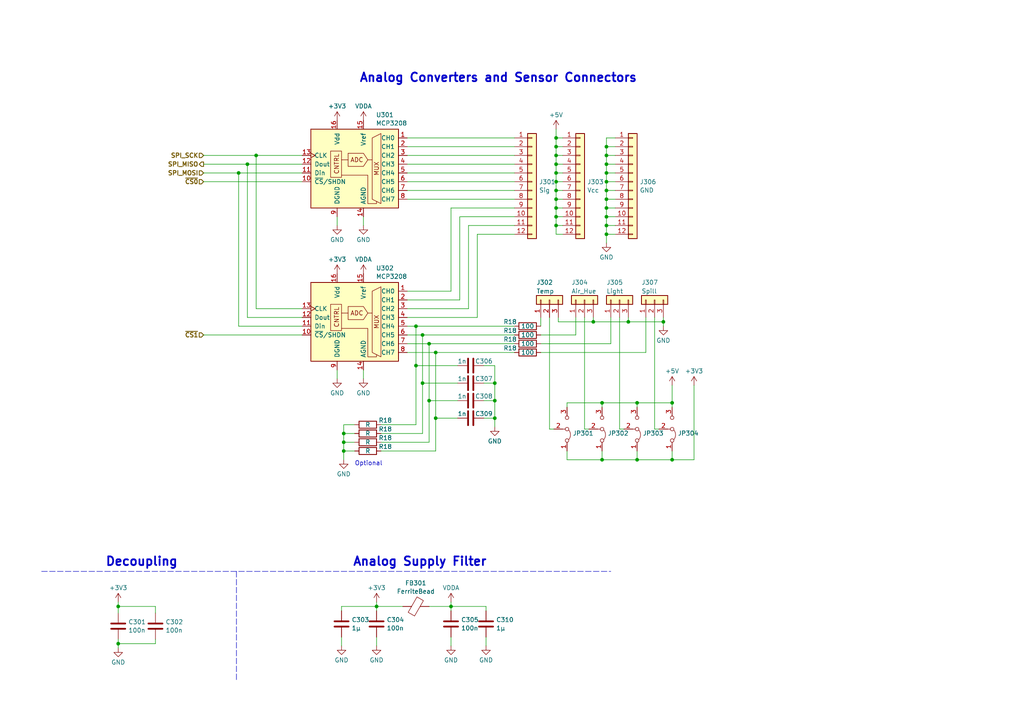
<source format=kicad_sch>
(kicad_sch (version 20230121) (generator eeschema)
  (paper "A4")
  (lib_symbols
    (symbol "Analog_ADC:MCP3208" (pin_names (offset 1.016))
      (property "Reference" "U" (at -5.08 13.335 0))
      (property "Value" "MCP3208" (at -5.08 11.43 0))
      (symbol "MCP3208_0_0"
        (text "ADC" (at -0.635 1.27 0) (effects (font (size 1.27 1.27))))
        (text "CNTRL" (at 5.969 -2.921 900) (effects (font (size 1.27 1.27)) (justify left bottom)))
        (text "MUX" (at -6.35 -1.27 900) (effects (font (size 1.27 1.27))))
      )
      (symbol "MCP3208_0_1"
        (polyline (pts (xy -3.81 1.27) (xy -5.08 1.27)))
        (polyline (pts (xy 1.905 1.27) (xy 3.81 1.27)))
        (polyline (pts (xy -7.62 8.89) (xy -7.62 -11.43) (xy -5.08 -10.16) (xy -5.08 7.62) (xy -7.62 8.89)))
        (polyline (pts (xy 3.81 -3.175) (xy -3.81 -3.175) (xy -3.81 -11.43) (xy -6.35 -11.43) (xy -6.35 -10.795)))
        (polyline (pts (xy 1.905 3.175) (xy 1.905 -0.635) (xy -2.54 -0.635) (xy -3.81 1.27) (xy -2.54 3.175) (xy 1.905 3.175)))
        (rectangle (start 3.81 -3.81) (end 6.985 3.81))
        (rectangle (start 12.7 -12.7) (end -12.7 10.16) (stroke (width 0.254)) (fill (type background)))
      )
      (symbol "MCP3208_1_1"
        (pin input line (at -15.24 7.62 0) (length 2.54) (name "CH0") (number "1"))
        (pin input line (at 15.24 -5.08 180) (length 2.54) (name "~{CS}/SHDN") (number "10"))
        (pin input line (at 15.24 -2.54 180) (length 2.54) (name "Din") (number "11"))
        (pin output line (at 15.24 0 180) (length 2.54) (name "Dout") (number "12"))
        (pin input clock (at 15.24 2.54 180) (length 2.54) (name "CLK") (number "13"))
        (pin power_in line (at -2.54 -15.24 90) (length 2.54) (name "AGND") (number "14"))
        (pin power_in line (at -2.54 12.7 270) (length 2.54) (name "Vref") (number "15"))
        (pin power_in line (at 5.08 12.7 270) (length 2.54) (name "Vdd") (number "16"))
        (pin input line (at -15.24 5.08 0) (length 2.54) (name "CH1") (number "2"))
        (pin input line (at -15.24 2.54 0) (length 2.54) (name "CH2") (number "3"))
        (pin input line (at -15.24 0 0) (length 2.54) (name "CH3") (number "4"))
        (pin input line (at -15.24 -2.54 0) (length 2.54) (name "CH4") (number "5"))
        (pin input line (at -15.24 -5.08 0) (length 2.54) (name "CH5") (number "6"))
        (pin input line (at -15.24 -7.62 0) (length 2.54) (name "CH6") (number "7"))
        (pin input line (at -15.24 -10.16 0) (length 2.54) (name "CH7") (number "8"))
        (pin power_in line (at 5.08 -15.24 90) (length 2.54) (name "DGND") (number "9"))
      )
    )
    (symbol "Connector_Generic:Conn_01x03" (pin_names (offset 1.016) hide)
      (property "Reference" "J" (at 0 5.08 0))
      (property "Value" "Conn_01x03" (at 0 -5.08 0))
      (symbol "Conn_01x03_1_1"
        (rectangle (start -1.27 -2.413) (end 0 -2.667) (stroke (width 0.1524)))
        (rectangle (start -1.27 0.127) (end 0 -0.127) (stroke (width 0.1524)))
        (rectangle (start -1.27 2.667) (end 0 2.413) (stroke (width 0.1524)))
        (rectangle (start -1.27 3.81) (end 1.27 -3.81) (stroke (width 0.254)) (fill (type background)))
        (pin passive line (at -5.08 2.54 0) (length 3.81) (name "Pin_1") (number "1"))
        (pin passive line (at -5.08 0 0) (length 3.81) (name "Pin_2") (number "2"))
        (pin passive line (at -5.08 -2.54 0) (length 3.81) (name "Pin_3") (number "3"))
      )
    )
    (symbol "Connector_Generic:Conn_01x12" (pin_names (offset 1.016) hide)
      (property "Reference" "J" (at 0 15.24 0))
      (property "Value" "Conn_01x12" (at 0 -17.78 0))
      (symbol "Conn_01x12_1_1"
        (rectangle (start -1.27 -15.113) (end 0 -15.367) (stroke (width 0.1524)))
        (rectangle (start -1.27 -12.573) (end 0 -12.827) (stroke (width 0.1524)))
        (rectangle (start -1.27 -10.033) (end 0 -10.287) (stroke (width 0.1524)))
        (rectangle (start -1.27 -7.493) (end 0 -7.747) (stroke (width 0.1524)))
        (rectangle (start -1.27 -4.953) (end 0 -5.207) (stroke (width 0.1524)))
        (rectangle (start -1.27 -2.413) (end 0 -2.667) (stroke (width 0.1524)))
        (rectangle (start -1.27 0.127) (end 0 -0.127) (stroke (width 0.1524)))
        (rectangle (start -1.27 2.667) (end 0 2.413) (stroke (width 0.1524)))
        (rectangle (start -1.27 5.207) (end 0 4.953) (stroke (width 0.1524)))
        (rectangle (start -1.27 7.747) (end 0 7.493) (stroke (width 0.1524)))
        (rectangle (start -1.27 10.287) (end 0 10.033) (stroke (width 0.1524)))
        (rectangle (start -1.27 12.827) (end 0 12.573) (stroke (width 0.1524)))
        (rectangle (start -1.27 13.97) (end 1.27 -16.51) (stroke (width 0.254)) (fill (type background)))
        (pin passive line (at -5.08 12.7 0) (length 3.81) (name "Pin_1") (number "1"))
        (pin passive line (at -5.08 -10.16 0) (length 3.81) (name "Pin_10") (number "10"))
        (pin passive line (at -5.08 -12.7 0) (length 3.81) (name "Pin_11") (number "11"))
        (pin passive line (at -5.08 -15.24 0) (length 3.81) (name "Pin_12") (number "12"))
        (pin passive line (at -5.08 10.16 0) (length 3.81) (name "Pin_2") (number "2"))
        (pin passive line (at -5.08 7.62 0) (length 3.81) (name "Pin_3") (number "3"))
        (pin passive line (at -5.08 5.08 0) (length 3.81) (name "Pin_4") (number "4"))
        (pin passive line (at -5.08 2.54 0) (length 3.81) (name "Pin_5") (number "5"))
        (pin passive line (at -5.08 0 0) (length 3.81) (name "Pin_6") (number "6"))
        (pin passive line (at -5.08 -2.54 0) (length 3.81) (name "Pin_7") (number "7"))
        (pin passive line (at -5.08 -5.08 0) (length 3.81) (name "Pin_8") (number "8"))
        (pin passive line (at -5.08 -7.62 0) (length 3.81) (name "Pin_9") (number "9"))
      )
    )
    (symbol "Device:C" (pin_numbers hide) (pin_names (offset 0.254))
      (property "Reference" "C" (at 0.635 2.54 0))
      (property "Value" "C" (at 0.635 -2.54 0))
      (symbol "C_0_1"
        (polyline (pts (xy -2.032 -0.762) (xy 2.032 -0.762)) (stroke (width 0.508)))
        (polyline (pts (xy -2.032 0.762) (xy 2.032 0.762)) (stroke (width 0.508)))
      )
      (symbol "C_1_1"
        (pin passive line (at 0 3.81 270) (length 2.794) (name "~") (number "1"))
        (pin passive line (at 0 -3.81 90) (length 2.794) (name "~") (number "2"))
      )
    )
    (symbol "Device:FerriteBead" (pin_numbers hide) (pin_names (offset 0))
      (property "Reference" "FB" (at -3.81 0.635 90))
      (property "Value" "FerriteBead" (at 3.81 0 90))
      (symbol "FerriteBead_0_1"
        (polyline (pts (xy 0 -1.27) (xy 0 -1.2192)))
        (polyline (pts (xy 0 1.27) (xy 0 1.2954)))
        (polyline (pts (xy -2.7686 0.4064) (xy -1.7018 2.2606) (xy 2.7686 -0.3048) (xy 1.6764 -2.159) (xy -2.7686 0.4064)))
      )
      (symbol "FerriteBead_1_1"
        (pin passive line (at 0 3.81 270) (length 2.54) (name "~") (number "1"))
        (pin passive line (at 0 -3.81 90) (length 2.54) (name "~") (number "2"))
      )
    )
    (symbol "Device:R" (pin_numbers hide) (pin_names (offset 0))
      (property "Reference" "R" (at 2.032 0 90))
      (property "Value" "R" (at 0 0 90))
      (symbol "R_0_1"
        (rectangle (start -1.016 -2.54) (end 1.016 2.54) (stroke (width 0.254)))
      )
      (symbol "R_1_1"
        (pin passive line (at 0 3.81 270) (length 1.27) (name "~") (number "1"))
        (pin passive line (at 0 -3.81 90) (length 1.27) (name "~") (number "2"))
      )
    )
    (symbol "Jumper:Jumper_3_Bridged12" (pin_names (offset 0) hide)
      (property "Reference" "JP" (at -2.54 -2.54 0))
      (property "Value" "Jumper_3_Bridged12" (at 0 2.794 0))
      (symbol "Jumper_3_Bridged12_0_0"
        (circle (center -3.302 0) (radius 0.508))
        (circle (center 0 0) (radius 0.508))
        (circle (center 3.302 0) (radius 0.508))
      )
      (symbol "Jumper_3_Bridged12_0_1"
        (arc (start -0.254 0.508) (mid -1.651 0.9912) (end -3.048 0.508))
        (polyline (pts (xy 0 -1.27) (xy 0 -0.508)))
      )
      (symbol "Jumper_3_Bridged12_1_1"
        (pin passive line (at -6.35 0 0) (length 2.54) (name "A") (number "1"))
        (pin passive line (at 0 -3.81 90) (length 2.54) (name "C") (number "2"))
        (pin passive line (at 6.35 0 180) (length 2.54) (name "B") (number "3"))
      )
    )
    (symbol "power:+3V3" (power) (pin_names (offset 0))
      (property "Value" "+3V3" (at 0 3.556 0))
      (symbol "+3V3_0_1"
        (polyline (pts (xy -0.762 1.27) (xy 0 2.54)))
        (polyline (pts (xy 0 0) (xy 0 2.54)))
        (polyline (pts (xy 0 2.54) (xy 0.762 1.27)))
      )
      (symbol "+3V3_1_1"
        (pin power_in line (at 0 0 90) (length 0) hide (name "+3V3") (number "1"))
      )
    )
    (symbol "power:+5V" (power) (pin_names (offset 0))
      (property "Value" "+5V" (at 0 3.556 0))
      (symbol "+5V_0_1"
        (polyline (pts (xy -0.762 1.27) (xy 0 2.54)))
        (polyline (pts (xy 0 0) (xy 0 2.54)))
        (polyline (pts (xy 0 2.54) (xy 0.762 1.27)))
      )
      (symbol "+5V_1_1"
        (pin power_in line (at 0 0 90) (length 0) hide (name "+5V") (number "1"))
      )
    )
    (symbol "power:GND" (power) (pin_names (offset 0))
      (property "Value" "GND" (at 0 -3.81 0))
      (symbol "GND_0_1"
        (polyline (pts (xy 0 0) (xy 0 -1.27) (xy 1.27 -1.27) (xy 0 -2.54) (xy -1.27 -1.27) (xy 0 -1.27)))
      )
      (symbol "GND_1_1"
        (pin power_in line (at 0 0 270) (length 0) hide (name "GND") (number "1"))
      )
    )
    (symbol "power:VDDA" (power) (pin_names (offset 0))
      (property "Value" "VDDA" (at 0 3.81 0))
      (symbol "VDDA_0_1"
        (polyline (pts (xy -0.762 1.27) (xy 0 2.54)))
        (polyline (pts (xy 0 0) (xy 0 2.54)))
        (polyline (pts (xy 0 2.54) (xy 0.762 1.27)))
      )
      (symbol "VDDA_1_1"
        (pin power_in line (at 0 0 90) (length 0) hide (name "VDDA") (number "1"))
      )
    )
  )
  (junction (at 161.29 52.705))
  (junction (at 143.51 121.285))
  (junction (at 120.65 106.045))
  (junction (at 161.29 65.405))
  (junction (at 161.29 55.245))
  (junction (at 143.51 116.205))
  (junction (at 175.895 62.865))
  (junction (at 175.895 50.165))
  (junction (at 175.895 57.785))
  (junction (at 175.895 42.545))
  (junction (at 194.945 116.84))
  (junction (at 175.895 47.625))
  (junction (at 99.695 125.73))
  (junction (at 99.695 128.27))
  (junction (at 122.555 111.125))
  (junction (at 161.29 62.865))
  (junction (at 120.65 94.615))
  (junction (at 184.785 116.84))
  (junction (at 184.785 133.35))
  (junction (at 34.29 186.69))
  (junction (at 175.895 52.705))
  (junction (at 130.81 175.895))
  (junction (at 161.29 42.545))
  (junction (at 126.365 102.235))
  (junction (at 175.895 60.325))
  (junction (at 99.695 130.81))
  (junction (at 124.46 116.205))
  (junction (at 161.29 45.085))
  (junction (at 174.625 133.35))
  (junction (at 175.895 65.405))
  (junction (at 69.215 50.165))
  (junction (at 71.755 47.625))
  (junction (at 124.46 99.695))
  (junction (at 126.365 121.285))
  (junction (at 182.245 93.345))
  (junction (at 34.29 175.895))
  (junction (at 175.895 67.945))
  (junction (at 174.625 116.84))
  (junction (at 74.295 45.085))
  (junction (at 161.29 50.165))
  (junction (at 161.29 40.005))
  (junction (at 161.29 47.625))
  (junction (at 172.085 93.345))
  (junction (at 122.555 97.155))
  (junction (at 175.895 45.085))
  (junction (at 143.51 111.125))
  (junction (at 161.29 60.325))
  (junction (at 194.945 133.35))
  (junction (at 109.22 175.895))
  (junction (at 161.29 57.785))
  (junction (at 192.405 93.345))
  (junction (at 175.895 55.245))
  (wire (pts (xy 59.055 52.705) (xy 87.63 52.705)))
  (wire (pts (xy 99.06 175.895) (xy 109.22 175.895)))
  (wire (pts (xy 34.29 174.625) (xy 34.29 175.895)))
  (wire (pts (xy 201.295 133.35) (xy 201.295 111.76)))
  (wire (pts (xy 109.22 175.895) (xy 109.22 177.165)))
  (wire (pts (xy 126.365 130.81) (xy 126.365 121.285)))
  (wire (pts (xy 97.79 107.315) (xy 97.79 109.855)))
  (wire (pts (xy 118.11 47.625) (xy 149.225 47.625)))
  (wire (pts (xy 161.29 45.085) (xy 161.29 47.625)))
  (wire (pts (xy 189.865 92.075) (xy 189.865 124.46)))
  (wire (pts (xy 179.705 124.46) (xy 180.975 124.46)))
  (wire (pts (xy 124.46 116.205) (xy 132.715 116.205)))
  (wire (pts (xy 177.165 99.695) (xy 177.165 92.075)))
  (wire (pts (xy 74.295 89.535) (xy 87.63 89.535)))
  (wire (pts (xy 194.945 116.84) (xy 194.945 118.11)))
  (wire (pts (xy 161.29 67.945) (xy 163.195 67.945)))
  (wire (pts (xy 164.465 130.81) (xy 164.465 133.35)))
  (wire (pts (xy 175.895 42.545) (xy 178.435 42.545)))
  (wire (pts (xy 126.365 121.285) (xy 126.365 102.235)))
  (wire (pts (xy 161.29 50.165) (xy 161.29 52.705)))
  (wire (pts (xy 149.225 65.405) (xy 135.89 65.405)))
  (polyline (pts (xy 12.065 165.735) (xy 177.165 165.735)) (stroke (width 0) (type dash)))
  (wire (pts (xy 169.545 92.075) (xy 169.545 124.46)))
  (wire (pts (xy 59.055 45.085) (xy 74.295 45.085)))
  (wire (pts (xy 124.46 175.895) (xy 130.81 175.895)))
  (wire (pts (xy 118.11 94.615) (xy 120.65 94.615)))
  (wire (pts (xy 105.41 107.315) (xy 105.41 109.855)))
  (wire (pts (xy 122.555 111.125) (xy 132.715 111.125)))
  (wire (pts (xy 118.11 97.155) (xy 122.555 97.155)))
  (wire (pts (xy 192.405 93.345) (xy 182.245 93.345)))
  (wire (pts (xy 184.785 116.84) (xy 184.785 118.11)))
  (wire (pts (xy 69.215 94.615) (xy 87.63 94.615)))
  (wire (pts (xy 175.895 67.945) (xy 175.895 65.405)))
  (wire (pts (xy 99.695 130.81) (xy 102.87 130.81)))
  (wire (pts (xy 34.29 186.69) (xy 45.085 186.69)))
  (wire (pts (xy 135.89 65.405) (xy 135.89 89.535)))
  (wire (pts (xy 161.29 57.785) (xy 163.195 57.785)))
  (wire (pts (xy 175.895 55.245) (xy 175.895 52.705)))
  (wire (pts (xy 161.29 62.865) (xy 163.195 62.865)))
  (wire (pts (xy 182.245 93.345) (xy 172.085 93.345)))
  (wire (pts (xy 161.925 93.345) (xy 161.925 92.075)))
  (wire (pts (xy 140.97 184.785) (xy 140.97 187.325)))
  (wire (pts (xy 184.785 116.84) (xy 174.625 116.84)))
  (wire (pts (xy 120.65 94.615) (xy 120.65 106.045)))
  (wire (pts (xy 110.49 128.27) (xy 124.46 128.27)))
  (wire (pts (xy 169.545 124.46) (xy 170.815 124.46)))
  (wire (pts (xy 164.465 133.35) (xy 174.625 133.35)))
  (wire (pts (xy 164.465 116.84) (xy 164.465 118.11)))
  (wire (pts (xy 126.365 121.285) (xy 132.715 121.285)))
  (wire (pts (xy 118.11 52.705) (xy 149.225 52.705)))
  (wire (pts (xy 140.335 111.125) (xy 143.51 111.125)))
  (wire (pts (xy 120.65 106.045) (xy 120.65 123.19)))
  (wire (pts (xy 172.085 92.075) (xy 172.085 93.345)))
  (wire (pts (xy 99.695 128.27) (xy 102.87 128.27)))
  (wire (pts (xy 179.705 92.075) (xy 179.705 124.46)))
  (wire (pts (xy 45.085 186.69) (xy 45.085 185.42)))
  (wire (pts (xy 110.49 125.73) (xy 122.555 125.73)))
  (wire (pts (xy 175.895 57.785) (xy 178.435 57.785)))
  (wire (pts (xy 135.89 89.535) (xy 118.11 89.535)))
  (wire (pts (xy 161.29 65.405) (xy 161.29 67.945)))
  (wire (pts (xy 34.29 185.42) (xy 34.29 186.69)))
  (wire (pts (xy 192.405 92.075) (xy 192.405 93.345)))
  (wire (pts (xy 175.895 57.785) (xy 175.895 55.245)))
  (wire (pts (xy 174.625 116.84) (xy 164.465 116.84)))
  (wire (pts (xy 143.51 111.125) (xy 143.51 106.045)))
  (wire (pts (xy 175.895 40.005) (xy 178.435 40.005)))
  (wire (pts (xy 59.055 47.625) (xy 71.755 47.625)))
  (wire (pts (xy 118.11 102.235) (xy 126.365 102.235)))
  (wire (pts (xy 175.895 45.085) (xy 178.435 45.085)))
  (wire (pts (xy 122.555 111.125) (xy 122.555 97.155)))
  (wire (pts (xy 175.895 60.325) (xy 178.435 60.325)))
  (wire (pts (xy 105.41 62.865) (xy 105.41 65.405)))
  (wire (pts (xy 175.895 60.325) (xy 175.895 57.785)))
  (wire (pts (xy 34.29 186.69) (xy 34.29 187.96)))
  (wire (pts (xy 156.845 99.695) (xy 177.165 99.695)))
  (wire (pts (xy 184.785 130.81) (xy 184.785 133.35)))
  (wire (pts (xy 99.06 177.165) (xy 99.06 175.895)))
  (wire (pts (xy 175.895 50.165) (xy 175.895 47.625)))
  (wire (pts (xy 130.81 184.785) (xy 130.81 187.325)))
  (wire (pts (xy 182.245 92.075) (xy 182.245 93.345)))
  (wire (pts (xy 161.29 55.245) (xy 161.29 57.785)))
  (wire (pts (xy 143.51 121.285) (xy 143.51 116.205)))
  (wire (pts (xy 174.625 116.84) (xy 174.625 118.11)))
  (wire (pts (xy 172.085 93.345) (xy 161.925 93.345)))
  (wire (pts (xy 143.51 106.045) (xy 140.335 106.045)))
  (wire (pts (xy 194.945 133.35) (xy 194.945 130.81)))
  (wire (pts (xy 122.555 125.73) (xy 122.555 111.125)))
  (wire (pts (xy 163.195 40.005) (xy 161.29 40.005)))
  (wire (pts (xy 109.22 184.785) (xy 109.22 187.325)))
  (wire (pts (xy 175.895 67.945) (xy 178.435 67.945)))
  (wire (pts (xy 175.895 70.485) (xy 175.895 67.945)))
  (wire (pts (xy 175.895 62.865) (xy 178.435 62.865)))
  (wire (pts (xy 99.695 123.19) (xy 99.695 125.73)))
  (wire (pts (xy 175.895 50.165) (xy 178.435 50.165)))
  (wire (pts (xy 71.755 47.625) (xy 87.63 47.625)))
  (wire (pts (xy 99.695 130.81) (xy 99.695 133.35)))
  (wire (pts (xy 34.29 175.895) (xy 34.29 177.8)))
  (wire (pts (xy 159.385 92.075) (xy 159.385 124.46)))
  (wire (pts (xy 161.29 42.545) (xy 161.29 45.085)))
  (wire (pts (xy 194.945 116.84) (xy 184.785 116.84)))
  (wire (pts (xy 161.29 50.165) (xy 163.195 50.165)))
  (wire (pts (xy 175.895 55.245) (xy 178.435 55.245)))
  (wire (pts (xy 59.055 50.165) (xy 69.215 50.165)))
  (wire (pts (xy 120.65 106.045) (xy 132.715 106.045)))
  (wire (pts (xy 143.51 123.825) (xy 143.51 121.285)))
  (wire (pts (xy 118.11 57.785) (xy 149.225 57.785)))
  (wire (pts (xy 175.895 47.625) (xy 175.895 45.085)))
  (wire (pts (xy 175.895 52.705) (xy 178.435 52.705)))
  (wire (pts (xy 120.65 94.615) (xy 149.225 94.615)))
  (wire (pts (xy 74.295 45.085) (xy 74.295 89.535)))
  (wire (pts (xy 175.895 45.085) (xy 175.895 42.545)))
  (wire (pts (xy 161.29 52.705) (xy 161.29 55.245)))
  (wire (pts (xy 138.43 67.945) (xy 138.43 92.075)))
  (wire (pts (xy 45.085 177.8) (xy 45.085 175.895)))
  (wire (pts (xy 133.35 62.865) (xy 149.225 62.865)))
  (wire (pts (xy 149.225 60.325) (xy 130.81 60.325)))
  (wire (pts (xy 69.215 50.165) (xy 69.215 94.615)))
  (wire (pts (xy 175.895 42.545) (xy 175.895 40.005)))
  (wire (pts (xy 161.29 47.625) (xy 163.195 47.625)))
  (wire (pts (xy 99.695 125.73) (xy 99.695 128.27)))
  (wire (pts (xy 189.865 124.46) (xy 191.135 124.46)))
  (wire (pts (xy 118.11 45.085) (xy 149.225 45.085)))
  (wire (pts (xy 184.785 133.35) (xy 194.945 133.35)))
  (wire (pts (xy 116.84 175.895) (xy 109.22 175.895)))
  (wire (pts (xy 159.385 124.46) (xy 160.655 124.46)))
  (wire (pts (xy 34.29 175.895) (xy 45.085 175.895)))
  (wire (pts (xy 156.845 102.235) (xy 187.325 102.235)))
  (wire (pts (xy 192.405 94.615) (xy 192.405 93.345)))
  (wire (pts (xy 99.695 123.19) (xy 102.87 123.19)))
  (wire (pts (xy 194.945 133.35) (xy 201.295 133.35)))
  (wire (pts (xy 161.29 62.865) (xy 161.29 65.405)))
  (wire (pts (xy 174.625 130.81) (xy 174.625 133.35)))
  (wire (pts (xy 175.895 52.705) (xy 175.895 50.165)))
  (wire (pts (xy 59.055 97.155) (xy 87.63 97.155)))
  (wire (pts (xy 156.845 97.155) (xy 167.005 97.155)))
  (wire (pts (xy 118.11 50.165) (xy 149.225 50.165)))
  (wire (pts (xy 161.29 57.785) (xy 161.29 60.325)))
  (wire (pts (xy 175.895 65.405) (xy 178.435 65.405)))
  (wire (pts (xy 99.695 128.27) (xy 99.695 130.81)))
  (wire (pts (xy 130.81 84.455) (xy 118.11 84.455)))
  (wire (pts (xy 126.365 102.235) (xy 149.225 102.235)))
  (wire (pts (xy 149.225 67.945) (xy 138.43 67.945)))
  (wire (pts (xy 130.81 175.895) (xy 130.81 177.165)))
  (wire (pts (xy 161.29 37.465) (xy 161.29 40.005)))
  (wire (pts (xy 140.335 121.285) (xy 143.51 121.285)))
  (wire (pts (xy 71.755 47.625) (xy 71.755 92.075)))
  (wire (pts (xy 124.46 116.205) (xy 124.46 99.695)))
  (wire (pts (xy 118.11 55.245) (xy 149.225 55.245)))
  (wire (pts (xy 109.22 174.625) (xy 109.22 175.895)))
  (wire (pts (xy 118.11 40.005) (xy 149.225 40.005)))
  (wire (pts (xy 187.325 102.235) (xy 187.325 92.075)))
  (wire (pts (xy 140.335 116.205) (xy 143.51 116.205)))
  (wire (pts (xy 175.895 47.625) (xy 178.435 47.625)))
  (wire (pts (xy 161.29 40.005) (xy 161.29 42.545)))
  (wire (pts (xy 161.29 65.405) (xy 163.195 65.405)))
  (wire (pts (xy 97.79 62.865) (xy 97.79 65.405)))
  (wire (pts (xy 138.43 92.075) (xy 118.11 92.075)))
  (wire (pts (xy 124.46 128.27) (xy 124.46 116.205)))
  (wire (pts (xy 124.46 99.695) (xy 149.225 99.695)))
  (wire (pts (xy 161.29 60.325) (xy 163.195 60.325)))
  (wire (pts (xy 74.295 45.085) (xy 87.63 45.085)))
  (wire (pts (xy 161.29 47.625) (xy 161.29 50.165)))
  (wire (pts (xy 175.895 62.865) (xy 175.895 60.325)))
  (wire (pts (xy 194.945 111.76) (xy 194.945 116.84)))
  (wire (pts (xy 69.215 50.165) (xy 87.63 50.165)))
  (wire (pts (xy 118.11 99.695) (xy 124.46 99.695)))
  (wire (pts (xy 110.49 130.81) (xy 126.365 130.81)))
  (wire (pts (xy 161.29 52.705) (xy 163.195 52.705)))
  (wire (pts (xy 175.895 65.405) (xy 175.895 62.865)))
  (wire (pts (xy 156.845 92.075) (xy 156.845 94.615)))
  (wire (pts (xy 161.29 55.245) (xy 163.195 55.245)))
  (wire (pts (xy 133.35 86.995) (xy 133.35 62.865)))
  (wire (pts (xy 143.51 116.205) (xy 143.51 111.125)))
  (wire (pts (xy 161.29 60.325) (xy 161.29 62.865)))
  (wire (pts (xy 161.29 45.085) (xy 163.195 45.085)))
  (polyline (pts (xy 68.58 165.735) (xy 68.58 197.485)) (stroke (width 0) (type dash)))
  (wire (pts (xy 130.81 60.325) (xy 130.81 84.455)))
  (wire (pts (xy 167.005 97.155) (xy 167.005 92.075)))
  (wire (pts (xy 71.755 92.075) (xy 87.63 92.075)))
  (wire (pts (xy 99.695 125.73) (xy 102.87 125.73)))
  (wire (pts (xy 140.97 175.895) (xy 130.81 175.895)))
  (wire (pts (xy 130.81 174.625) (xy 130.81 175.895)))
  (wire (pts (xy 118.11 86.995) (xy 133.35 86.995)))
  (wire (pts (xy 174.625 133.35) (xy 184.785 133.35)))
  (wire (pts (xy 140.97 177.165) (xy 140.97 175.895)))
  (wire (pts (xy 118.11 42.545) (xy 149.225 42.545)))
  (wire (pts (xy 122.555 97.155) (xy 149.225 97.155)))
  (wire (pts (xy 99.06 184.785) (xy 99.06 187.325)))
  (wire (pts (xy 163.195 42.545) (xy 161.29 42.545)))
  (wire (pts (xy 110.49 123.19) (xy 120.65 123.19)))
  (text "Analog Converters and Sensor Connectors" (at 104.14 24.13 0) (effects (font (size 2.5 2.5) (thickness 0.5) bold) (justify left bottom)))
  (text "Analog Supply Filter" (at 102.235 164.465 0) (effects (font (size 2.5 2.5) (thickness 0.5) bold) (justify left bottom)))
  (text "Decoupling" (at 30.48 164.465 0) (effects (font (size 2.5 2.5) (thickness 0.5) bold) (justify left bottom)))
  (text "Optional" (at 102.87 135.255 0) (effects (font (size 1.27 1.27)) (justify left bottom)))
  (hierarchical_label "SPI_MOSI" (shape input) (at 59.055 50.165 180) (effects (font bold)))
  (hierarchical_label "SPI_SCK" (shape input) (at 59.055 45.085 180) (effects (font bold)))
  (hierarchical_label "SPI_MISO" (shape output) (at 59.055 47.625 180) (effects (font bold)))
  (hierarchical_label "~{CS0}" (shape input) (at 59.055 52.705 180) (effects (font bold)))
  (hierarchical_label "~{CS1}" (shape input) (at 59.055 97.155 180) (effects (font bold)))
  (symbol (lib_id "Analog_ADC:MCP3208") (at 102.87 47.625 0) (mirror y) (unit 1)
    (property "Reference" "U301" (at 109.0361 33.3207 0) (effects (justify right)))
    (property "Value" "MCP3208" (at 109.0361 35.7449 0) (effects (justify right)))
    (property "Footprint" "Package_SO:SOIC-16_4.55x10.3mm_P1.27mm" (effects hide))
    (property "Datasheet" "http://ww1.microchip.com/downloads/en/DeviceDoc/21298c.pdf" (effects hide))
  )
  (symbol (lib_id "Device:R") (at 106.68 125.73 90) (unit 1)
    (property "Reference" "R18" (at 111.76 124.46 90))
    (property "Value" "R" (at 106.68 125.73 90))
    (property "Footprint" "Resistor_SMD:R_0805_2012Metric" (effects hide))
    (instances (project "Plantomation" (path "" (reference "R18") (unit 1))) (project "peri" (path "" (reference "R448") (unit 1))) (project "Plantomation_V2" (path "" (reference "R302") (unit 1))))
  )
  (symbol (lib_id "Connector_Generic:Conn_01x12") (at 183.515 52.705 0) (unit 1)
    (property "Reference" "J306" (at 185.547 52.7629 0) (effects (justify left)))
    (property "Value" "GND" (at 185.547 55.1871 0) (effects (justify left)))
    (property "Footprint" "Connector_PinHeader_2.54mm:PinHeader_1x12_P2.54mm_Vertical" (effects hide))
  )
  (symbol (lib_id "Connector_Generic:Conn_01x03") (at 169.545 86.995 90) (unit 1)
    (property "Reference" "J304" (at 165.735 81.915 90) (effects (justify right)))
    (property "Value" "Air_Hue" (at 165.735 84.455 90) (effects (justify right)))
    (property "Footprint" "Connector_PinHeader_2.54mm:PinHeader_1x03_P2.54mm_Vertical" (effects hide))
  )
  (symbol (lib_id "Connector_Generic:Conn_01x03") (at 159.385 86.995 90) (unit 1)
    (property "Reference" "J302" (at 155.575 81.915 90) (effects (justify right)))
    (property "Value" "Temp" (at 155.575 84.455 90) (effects (justify right)))
    (property "Footprint" "Connector_PinHeader_2.54mm:PinHeader_1x03_P2.54mm_Vertical" (effects hide))
  )
  (symbol (lib_id "Device:C") (at 136.525 111.125 90) (unit 1)
    (property "Reference" "C307" (at 137.795 109.855 90) (effects (justify right)))
    (property "Value" "1n" (at 132.715 109.855 90) (effects (justify right)))
    (property "Footprint" "Capacitor_SMD:C_0805_2012Metric" (effects hide))
  )
  (symbol (lib_id "power:+3V3") (at 97.79 34.925 0) (unit 1)
    (property "Reference" "#PWR015" (effects hide))
    (property "Value" "+3V3" (at 97.79 30.7919 0))
  )
  (symbol (lib_id "Device:C") (at 109.22 180.975 0) (unit 1)
    (property "Reference" "C304" (at 112.141 179.7629 0) (effects (justify left)))
    (property "Value" "100n" (at 112.141 182.1871 0) (effects (justify left)))
    (property "Footprint" "Capacitor_SMD:C_0805_2012Metric" (effects hide))
  )
  (symbol (lib_id "power:+3V3") (at 109.22 174.625 0) (unit 1)
    (property "Reference" "#PWR067" (effects hide))
    (property "Value" "+3V3" (at 109.22 170.4919 0))
  )
  (symbol (lib_id "Device:C") (at 34.29 181.61 0) (unit 1)
    (property "Reference" "C301" (at 37.211 180.3979 0) (effects (justify left)))
    (property "Value" "100n" (at 37.211 182.8221 0) (effects (justify left)))
    (property "Footprint" "Capacitor_SMD:C_0805_2012Metric" (effects hide))
  )
  (symbol (lib_id "power:+5V") (at 161.29 37.465 0) (unit 1)
    (property "Reference" "#PWR048" (effects hide))
    (property "Value" "+5V" (at 161.29 33.3319 0))
  )
  (symbol (lib_id "Device:C") (at 136.525 106.045 90) (unit 1)
    (property "Reference" "C306" (at 137.795 104.775 90) (effects (justify right)))
    (property "Value" "1n" (at 132.715 104.775 90) (effects (justify right)))
    (property "Footprint" "Capacitor_SMD:C_0805_2012Metric" (effects hide))
  )
  (symbol (lib_id "power:GND") (at 34.29 187.96 0) (unit 1)
    (property "Reference" "#PWR0105" (effects hide))
    (property "Value" "GND" (at 34.29 192.0931 0))
  )
  (symbol (lib_id "Analog_ADC:MCP3208") (at 102.87 92.075 0) (mirror y) (unit 1)
    (property "Reference" "U302" (at 109.0361 77.7707 0) (effects (justify right)))
    (property "Value" "MCP3208" (at 109.0361 80.1949 0) (effects (justify right)))
    (property "Footprint" "Package_SO:SOIC-16_4.55x10.3mm_P1.27mm" (effects hide))
    (property "Datasheet" "http://ww1.microchip.com/downloads/en/DeviceDoc/21298c.pdf" (effects hide))
  )
  (symbol (lib_id "Device:C") (at 140.97 180.975 0) (unit 1)
    (property "Reference" "C310" (at 143.891 179.7629 0) (effects (justify left)))
    (property "Value" "1µ" (at 143.891 182.1871 0) (effects (justify left)))
    (property "Footprint" "Capacitor_SMD:C_0805_2012Metric" (effects hide))
  )
  (symbol (lib_id "power:+3V3") (at 97.79 79.375 0) (unit 1)
    (property "Reference" "#PWR017" (effects hide))
    (property "Value" "+3V3" (at 97.79 75.2419 0))
  )
  (symbol (lib_id "Jumper:Jumper_3_Bridged12") (at 184.785 124.46 270) (mirror x) (unit 1)
    (property "Reference" "JP303" (at 186.4112 125.6721 90) (effects (justify left)))
    (property "Value" "Jumper_3_Bridged12" (effects hide))
    (property "Footprint" "Jumper:SolderJumper-3_P1.3mm_Open_Pad1.0x1.5mm" (effects hide))
  )
  (symbol (lib_id "Device:R") (at 153.035 94.615 270) (mirror x) (unit 1)
    (property "Reference" "R18" (at 147.955 93.345 90))
    (property "Value" "100" (at 153.035 94.615 90))
    (property "Footprint" "Resistor_SMD:R_0805_2012Metric" (effects hide))
    (instances (project "Plantomation" (path "" (reference "R18") (unit 1))) (project "peri" (path "" (reference "R448") (unit 1))) (project "Plantomation_V2" (path "" (reference "R305") (unit 1))))
  )
  (symbol (lib_id "Device:R") (at 106.68 123.19 90) (unit 1)
    (property "Reference" "R18" (at 111.76 121.92 90))
    (property "Value" "R" (at 106.68 123.19 90))
    (property "Footprint" "Resistor_SMD:R_0805_2012Metric" (effects hide))
    (instances (project "Plantomation" (path "" (reference "R18") (unit 1))) (project "peri" (path "" (reference "R448") (unit 1))) (project "Plantomation_V2" (path "" (reference "R301") (unit 1))))
  )
  (symbol (lib_id "power:VDDA") (at 105.41 79.375 0) (unit 1)
    (property "Reference" "#PWR043" (effects hide))
    (property "Value" "VDDA" (at 105.41 75.2419 0))
  )
  (symbol (lib_id "Device:R") (at 106.68 128.27 90) (unit 1)
    (property "Reference" "R18" (at 111.76 127 90))
    (property "Value" "R" (at 106.68 128.27 90))
    (property "Footprint" "Resistor_SMD:R_0805_2012Metric" (effects hide))
    (instances (project "Plantomation" (path "" (reference "R18") (unit 1))) (project "peri" (path "" (reference "R448") (unit 1))) (project "Plantomation_V2" (path "" (reference "R303") (unit 1))))
  )
  (symbol (lib_id "Device:R") (at 153.035 102.235 270) (mirror x) (unit 1)
    (property "Reference" "R18" (at 147.955 100.965 90))
    (property "Value" "100" (at 153.035 102.235 90))
    (property "Footprint" "Resistor_SMD:R_0805_2012Metric" (effects hide))
    (instances (project "Plantomation" (path "" (reference "R18") (unit 1))) (project "peri" (path "" (reference "R448") (unit 1))) (project "Plantomation_V2" (path "" (reference "R308") (unit 1))))
  )
  (symbol (lib_id "power:GND") (at 109.22 187.325 0) (unit 1)
    (property "Reference" "#PWR068" (effects hide))
    (property "Value" "GND" (at 109.22 191.4581 0))
  )
  (symbol (lib_id "power:GND") (at 143.51 123.825 0) (unit 1)
    (property "Reference" "#PWR046" (effects hide))
    (property "Value" "GND" (at 143.51 127.9581 0))
  )
  (symbol (lib_id "power:VDDA") (at 130.81 174.625 0) (unit 1)
    (property "Reference" "#PWR069" (effects hide))
    (property "Value" "VDDA" (at 130.81 170.4919 0))
  )
  (symbol (lib_id "power:GND") (at 97.79 65.405 0) (unit 1)
    (property "Reference" "#PWR016" (effects hide))
    (property "Value" "GND" (at 97.79 69.5381 0))
  )
  (symbol (lib_id "Jumper:Jumper_3_Bridged12") (at 164.465 124.46 270) (mirror x) (unit 1)
    (property "Reference" "JP301" (at 166.0912 125.6721 90) (effects (justify left)))
    (property "Value" "Jumper_3_Bridged12" (effects hide))
    (property "Footprint" "Jumper:SolderJumper-3_P1.3mm_Open_Pad1.0x1.5mm" (effects hide))
  )
  (symbol (lib_id "power:GND") (at 192.405 94.615 0) (unit 1)
    (property "Reference" "#PWR050" (effects hide))
    (property "Value" "GND" (at 192.405 98.7481 0))
  )
  (symbol (lib_id "Device:C") (at 99.06 180.975 0) (unit 1)
    (property "Reference" "C303" (at 101.981 179.7629 0) (effects (justify left)))
    (property "Value" "1µ" (at 101.981 182.1871 0) (effects (justify left)))
    (property "Footprint" "Capacitor_SMD:C_0805_2012Metric" (effects hide))
  )
  (symbol (lib_id "Device:R") (at 153.035 99.695 270) (mirror x) (unit 1)
    (property "Reference" "R18" (at 147.955 98.425 90))
    (property "Value" "100" (at 153.035 99.695 90))
    (property "Footprint" "Resistor_SMD:R_0805_2012Metric" (effects hide))
    (instances (project "Plantomation" (path "" (reference "R18") (unit 1))) (project "peri" (path "" (reference "R448") (unit 1))) (project "Plantomation_V2" (path "" (reference "R307") (unit 1))))
  )
  (symbol (lib_id "power:+3V3") (at 201.295 111.76 0) (unit 1)
    (property "Reference" "#PWR047" (effects hide))
    (property "Value" "+3V3" (at 201.295 107.6269 0))
  )
  (symbol (lib_id "power:+5V") (at 194.945 111.76 0) (unit 1)
    (property "Reference" "#PWR084" (effects hide))
    (property "Value" "+5V" (at 194.945 107.6269 0))
  )
  (symbol (lib_id "power:GND") (at 105.41 109.855 0) (unit 1)
    (property "Reference" "#PWR044" (effects hide))
    (property "Value" "GND" (at 105.41 113.9881 0))
  )
  (symbol (lib_id "Device:C") (at 130.81 180.975 0) (unit 1)
    (property "Reference" "C305" (at 133.731 179.7629 0) (effects (justify left)))
    (property "Value" "100n" (at 133.731 182.1871 0) (effects (justify left)))
    (property "Footprint" "Capacitor_SMD:C_0805_2012Metric" (effects hide))
  )
  (symbol (lib_id "Device:R") (at 106.68 130.81 90) (unit 1)
    (property "Reference" "R18" (at 111.76 129.54 90))
    (property "Value" "R" (at 106.68 130.81 90))
    (property "Footprint" "Resistor_SMD:R_0805_2012Metric" (effects hide))
    (instances (project "Plantomation" (path "" (reference "R18") (unit 1))) (project "peri" (path "" (reference "R448") (unit 1))) (project "Plantomation_V2" (path "" (reference "R304") (unit 1))))
  )
  (symbol (lib_id "power:VDDA") (at 105.41 34.925 0) (unit 1)
    (property "Reference" "#PWR019" (effects hide))
    (property "Value" "VDDA" (at 105.41 30.7919 0))
  )
  (symbol (lib_id "power:GND") (at 105.41 65.405 0) (unit 1)
    (property "Reference" "#PWR032" (effects hide))
    (property "Value" "GND" (at 105.41 69.5381 0))
  )
  (symbol (lib_id "power:+3V3") (at 34.29 174.625 0) (unit 1)
    (property "Reference" "#PWR0104" (effects hide))
    (property "Value" "+3V3" (at 34.29 170.4919 0))
  )
  (symbol (lib_id "Device:C") (at 136.525 116.205 90) (unit 1)
    (property "Reference" "C308" (at 137.795 114.935 90) (effects (justify right)))
    (property "Value" "1n" (at 132.715 114.935 90) (effects (justify right)))
    (property "Footprint" "Capacitor_SMD:C_0805_2012Metric" (effects hide))
  )
  (symbol (lib_id "Jumper:Jumper_3_Bridged12") (at 194.945 124.46 270) (mirror x) (unit 1)
    (property "Reference" "JP304" (at 196.5712 125.6721 90) (effects (justify left)))
    (property "Value" "Jumper_3_Bridged12" (effects hide))
    (property "Footprint" "Jumper:SolderJumper-3_P1.3mm_Open_Pad1.0x1.5mm" (effects hide))
  )
  (symbol (lib_id "Device:C") (at 45.085 181.61 0) (unit 1)
    (property "Reference" "C302" (at 48.006 180.3979 0) (effects (justify left)))
    (property "Value" "100n" (at 48.006 182.8221 0) (effects (justify left)))
    (property "Footprint" "Capacitor_SMD:C_0805_2012Metric" (effects hide))
  )
  (symbol (lib_id "power:GND") (at 99.695 133.35 0) (unit 1)
    (property "Reference" "#PWR045" (effects hide))
    (property "Value" "GND" (at 99.695 137.4831 0))
  )
  (symbol (lib_id "Jumper:Jumper_3_Bridged12") (at 174.625 124.46 270) (mirror x) (unit 1)
    (property "Reference" "JP302" (at 176.2512 125.6721 90) (effects (justify left)))
    (property "Value" "Jumper_3_Bridged12" (effects hide))
    (property "Footprint" "Jumper:SolderJumper-3_P1.3mm_Open_Pad1.0x1.5mm" (effects hide))
  )
  (symbol (lib_id "power:GND") (at 140.97 187.325 0) (unit 1)
    (property "Reference" "#PWR071" (effects hide))
    (property "Value" "GND" (at 140.97 191.4581 0))
  )
  (symbol (lib_id "Device:C") (at 136.525 121.285 90) (unit 1)
    (property "Reference" "C309" (at 137.795 120.015 90) (effects (justify right)))
    (property "Value" "1n" (at 132.715 120.015 90) (effects (justify right)))
    (property "Footprint" "Capacitor_SMD:C_0805_2012Metric" (effects hide))
  )
  (symbol (lib_id "Device:FerriteBead") (at 120.65 175.895 90) (unit 1)
    (property "Reference" "FB301" (at 120.5992 169.1091 90))
    (property "Value" "FerriteBead" (at 120.5992 171.5333 90))
    (property "Footprint" "eigene:SMB-001" (effects hide))
  )
  (symbol (lib_id "power:GND") (at 97.79 109.855 0) (unit 1)
    (property "Reference" "#PWR018" (effects hide))
    (property "Value" "GND" (at 97.79 113.9881 0))
  )
  (symbol (lib_id "Connector_Generic:Conn_01x03") (at 179.705 86.995 90) (unit 1)
    (property "Reference" "J305" (at 175.895 81.915 90) (effects (justify right)))
    (property "Value" "Light" (at 175.895 84.455 90) (effects (justify right)))
    (property "Footprint" "Connector_PinHeader_2.54mm:PinHeader_1x03_P2.54mm_Vertical" (effects hide))
  )
  (symbol (lib_id "power:GND") (at 99.06 187.325 0) (unit 1)
    (property "Reference" "#PWR066" (effects hide))
    (property "Value" "GND" (at 99.06 191.4581 0))
  )
  (symbol (lib_id "Connector_Generic:Conn_01x03") (at 189.865 86.995 90) (unit 1)
    (property "Reference" "J307" (at 186.055 81.915 90) (effects (justify right)))
    (property "Value" "Spill" (at 186.055 84.455 90) (effects (justify right)))
    (property "Footprint" "Connector_PinHeader_2.54mm:PinHeader_1x03_P2.54mm_Vertical" (effects hide))
  )
  (symbol (lib_id "Device:R") (at 153.035 97.155 270) (mirror x) (unit 1)
    (property "Reference" "R18" (at 147.955 95.885 90))
    (property "Value" "100" (at 153.035 97.155 90))
    (property "Footprint" "Resistor_SMD:R_0805_2012Metric" (effects hide))
    (instances (project "Plantomation" (path "" (reference "R18") (unit 1))) (project "peri" (path "" (reference "R448") (unit 1))) (project "Plantomation_V2" (path "" (reference "R306") (unit 1))))
  )
  (symbol (lib_id "Connector_Generic:Conn_01x12") (at 154.305 52.705 0) (unit 1)
    (property "Reference" "J301" (at 156.337 52.7629 0) (effects (justify left)))
    (property "Value" "Sig" (at 156.337 55.1871 0) (effects (justify left)))
    (property "Footprint" "Connector_PinHeader_2.54mm:PinHeader_1x12_P2.54mm_Vertical" (effects hide))
  )
  (symbol (lib_id "power:GND") (at 175.895 70.485 0) (unit 1)
    (property "Reference" "#PWR049" (effects hide))
    (property "Value" "GND" (at 175.895 74.6181 0))
  )
  (symbol (lib_id "Connector_Generic:Conn_01x12") (at 168.275 52.705 0) (unit 1)
    (property "Reference" "J303" (at 170.307 52.7629 0) (effects (justify left)))
    (property "Value" "Vcc" (at 170.307 55.1871 0) (effects (justify left)))
    (property "Footprint" "Connector_PinHeader_2.54mm:PinHeader_1x12_P2.54mm_Vertical" (effects hide))
  )
  (symbol (lib_id "power:GND") (at 130.81 187.325 0) (unit 1)
    (property "Reference" "#PWR070" (effects hide))
    (property "Value" "GND" (at 130.81 191.4581 0))
  )
)
</source>
